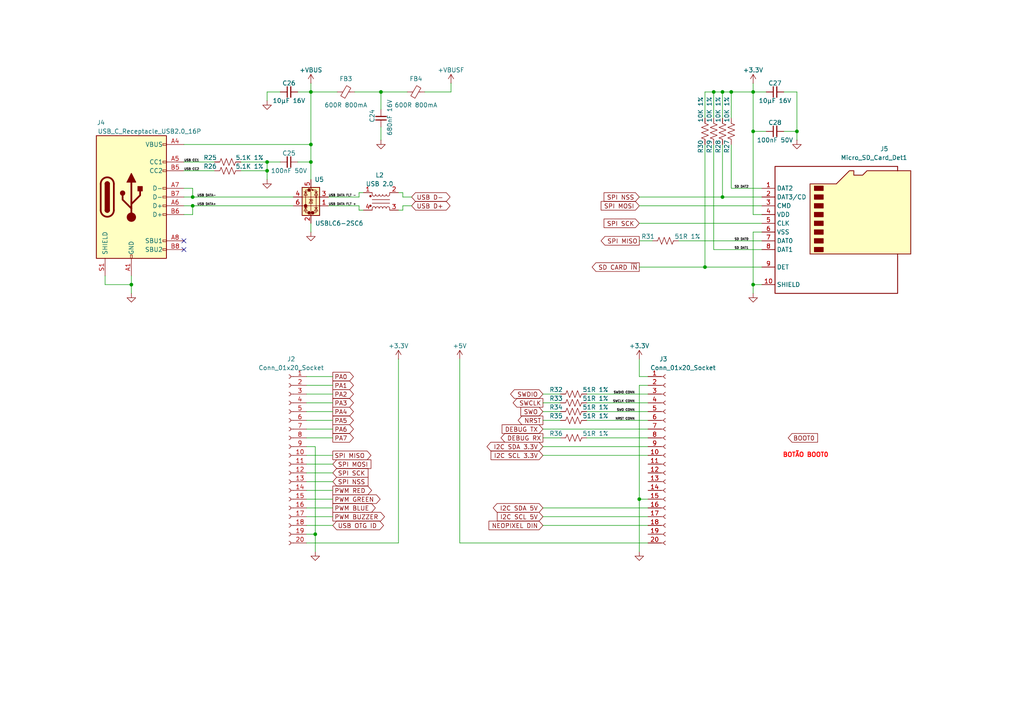
<source format=kicad_sch>
(kicad_sch (version 20231120) (generator "eeschema") (generator_version "8.0")
  (paper "A4")
  (title_block (title "EMBARCADOS - CURSO PCB") (date "2024-11-11") (rev "00") (company "Mechatronix Lab") (comment 1 "Eng. André A. M. Araújo"))
  (lib_symbols
    (symbol "EMBARCADOS - CURSO PCB:+5V" (power) (pin_numbers hide) (pin_names (offset 0) hide)
      (property "Value" "+5V" (at 0 3.556 0))
      (symbol "+5V_1_1"
        (pin power_in line (at 0 0 90) (length 0) (name "~") (number "1"))
      )
    )
    (symbol "EMBARCADOS - CURSO PCB:CAP 0603 100nF 50V AVX KGM15BR71H104K " (pin_numbers hide) (pin_names (offset 0.254) hide)
      (property "Reference" "C" (at 0.254 1.778 0))
      (property "Value" "100nF 50V" (at 0.254 -2.032 0))
      (symbol "CAP 0603 100nF 50V AVX KGM15BR71H104K _1_1"
        (pin passive line (at 0 2.54 270) (length 2.032) (name "~") (number "1"))
        (pin passive line (at 0 -2.54 90) (length 2.032) (name "~") (number "2"))
      )
    )
    (symbol "EMBARCADOS - CURSO PCB:CAP 0603 680nF 16V AVX KGM15BR71C684M" (pin_numbers hide) (pin_names (offset 0.254) hide)
      (property "Reference" "C" (at 0.254 1.778 0))
      (property "Value" "680nF 16V" (at 0.254 -2.032 0))
      (symbol "CAP 0603 680nF 16V AVX KGM15BR71C684M_1_1"
        (pin passive line (at 0 2.54 270) (length 2.032) (name "~") (number "1"))
        (pin passive line (at 0 -2.54 90) (length 2.032) (name "~") (number "2"))
      )
    )
    (symbol "EMBARCADOS - CURSO PCB:CAP 0805 10uH 16V AVX KGM21AR71C106K" (pin_numbers hide) (pin_names (offset 0.254) hide)
      (property "Reference" "C" (at 0.254 1.778 0))
      (property "Value" "10µF 16V" (at 0.254 -2.032 0))
      (symbol "CAP 0805 10uH 16V AVX KGM21AR71C106K_1_1"
        (pin passive line (at 0 2.54 270) (length 2.032) (name "~") (number "1"))
        (pin passive line (at 0 -2.54 90) (length 2.032) (name "~") (number "2"))
      )
    )
    (symbol "EMBARCADOS - CURSO PCB:CONN 2.54mm 01x20 90° WÜRTH ELEKTRONIK 613020143121" (pin_names (offset 1.016) hide)
      (property "Reference" "J" (at 0 25.4 0))
      (property "Value" "Conn_01x20_Socket" (at 0 -27.94 0))
      (symbol "CONN 2.54mm 01x20 90° WÜRTH ELEKTRONIK 613020143121_1_1"
        (pin passive line (at -5.08 22.86 0) (length 3.81) (name "Pin_1") (number "1"))
        (pin passive line (at -5.08 0 0) (length 3.81) (name "Pin_10") (number "10"))
        (pin passive line (at -5.08 -2.54 0) (length 3.81) (name "Pin_11") (number "11"))
        (pin passive line (at -5.08 -5.08 0) (length 3.81) (name "Pin_12") (number "12"))
        (pin passive line (at -5.08 -7.62 0) (length 3.81) (name "Pin_13") (number "13"))
        (pin passive line (at -5.08 -10.16 0) (length 3.81) (name "Pin_14") (number "14"))
        (pin passive line (at -5.08 -12.7 0) (length 3.81) (name "Pin_15") (number "15"))
        (pin passive line (at -5.08 -15.24 0) (length 3.81) (name "Pin_16") (number "16"))
        (pin passive line (at -5.08 -17.78 0) (length 3.81) (name "Pin_17") (number "17"))
        (pin passive line (at -5.08 -20.32 0) (length 3.81) (name "Pin_18") (number "18"))
        (pin passive line (at -5.08 -22.86 0) (length 3.81) (name "Pin_19") (number "19"))
        (pin passive line (at -5.08 20.32 0) (length 3.81) (name "Pin_2") (number "2"))
        (pin passive line (at -5.08 -25.4 0) (length 3.81) (name "Pin_20") (number "20"))
        (pin passive line (at -5.08 17.78 0) (length 3.81) (name "Pin_3") (number "3"))
        (pin passive line (at -5.08 15.24 0) (length 3.81) (name "Pin_4") (number "4"))
        (pin passive line (at -5.08 12.7 0) (length 3.81) (name "Pin_5") (number "5"))
        (pin passive line (at -5.08 10.16 0) (length 3.81) (name "Pin_6") (number "6"))
        (pin passive line (at -5.08 7.62 0) (length 3.81) (name "Pin_7") (number "7"))
        (pin passive line (at -5.08 5.08 0) (length 3.81) (name "Pin_8") (number "8"))
        (pin passive line (at -5.08 2.54 0) (length 3.81) (name "Pin_9") (number "9"))
      )
    )
    (symbol "EMBARCADOS - CURSO PCB:CONN MICRO SD WÜRTH ELEKTRONIK 693071020811"
      (property "Reference" "J" (at -16.51 17.78 0))
      (property "Value" "Micro_SD_Card_Det1" (at 16.51 17.78 0))
      (symbol "CONN MICRO SD WÜRTH ELEKTRONIK 693071020811_1_1"
        (pin bidirectional line (at -22.86 10.16 0) (length 3.81) (name "DAT2") (number "1"))
        (pin passive line (at -22.86 -17.78 0) (length 3.81) (name "SHIELD") (number "10"))
        (pin passive line (at -22.86 -17.78 0) (length 3.81) hide (name "SHIELD") (number "11"))
        (pin passive line (at -22.86 -17.78 0) (length 3.81) hide (name "SHIELD") (number "12"))
        (pin passive line (at -22.86 -17.78 0) (length 3.81) hide (name "SHIELD") (number "13"))
        (pin bidirectional line (at -22.86 7.62 0) (length 3.81) (name "DAT3/CD") (number "2"))
        (pin input line (at -22.86 5.08 0) (length 3.81) (name "CMD") (number "3"))
        (pin power_in line (at -22.86 2.54 0) (length 3.81) (name "VDD") (number "4"))
        (pin input line (at -22.86 0 0) (length 3.81) (name "CLK") (number "5"))
        (pin power_in line (at -22.86 -2.54 0) (length 3.81) (name "VSS") (number "6"))
        (pin bidirectional line (at -22.86 -5.08 0) (length 3.81) (name "DAT0") (number "7"))
        (pin bidirectional line (at -22.86 -7.62 0) (length 3.81) (name "DAT1") (number "8"))
        (pin passive line (at -22.86 -12.7 0) (length 3.81) (name "DET") (number "9"))
      )
    )
    (symbol "EMBARCADOS - CURSO PCB:CONN USB 2.0 TYPE-C 16P WÜRTH ELEKTRONIK 629722000214" (pin_names (offset 1.016))
      (property "Reference" "J" (at 0 22.225 0))
      (property "Value" "USB_C_Receptacle_USB2.0_16P" (at 0 19.685 0))
      (symbol "CONN USB 2.0 TYPE-C 16P WÜRTH ELEKTRONIK 629722000214_1_1"
        (pin passive line (at 0 -22.86 90) (length 5.08) (name "GND") (number "A1"))
        (pin passive line (at 0 -22.86 90) (length 5.08) hide (name "GND") (number "A12"))
        (pin passive line (at 15.24 15.24 180) (length 5.08) (name "VBUS") (number "A4"))
        (pin bidirectional line (at 15.24 10.16 180) (length 5.08) (name "CC1") (number "A5"))
        (pin bidirectional line (at 15.24 -2.54 180) (length 5.08) (name "D+") (number "A6"))
        (pin bidirectional line (at 15.24 2.54 180) (length 5.08) (name "D-") (number "A7"))
        (pin bidirectional line (at 15.24 -12.7 180) (length 5.08) (name "SBU1") (number "A8"))
        (pin passive line (at 15.24 15.24 180) (length 5.08) hide (name "VBUS") (number "A9"))
        (pin passive line (at 0 -22.86 90) (length 5.08) hide (name "GND") (number "B1"))
        (pin passive line (at 0 -22.86 90) (length 5.08) hide (name "GND") (number "B12"))
        (pin passive line (at 15.24 15.24 180) (length 5.08) hide (name "VBUS") (number "B4"))
        (pin bidirectional line (at 15.24 7.62 180) (length 5.08) (name "CC2") (number "B5"))
        (pin bidirectional line (at 15.24 -5.08 180) (length 5.08) (name "D+") (number "B6"))
        (pin bidirectional line (at 15.24 0 180) (length 5.08) (name "D-") (number "B7"))
        (pin bidirectional line (at 15.24 -15.24 180) (length 5.08) (name "SBU2") (number "B8"))
        (pin passive line (at 15.24 15.24 180) (length 5.08) hide (name "VBUS") (number "B9"))
        (pin passive line (at -7.62 -22.86 90) (length 5.08) (name "SHIELD") (number "S1"))
      )
    )
    (symbol "EMBARCADOS - CURSO PCB:DIODE TVS USBLC6-2SC6 STMICROELECTRONICS " (pin_names hide)
      (property "Reference" "U" (at 0.635 5.715 0))
      (property "Value" "USBLC6-2SC6" (at 0.635 3.81 0))
      (symbol "DIODE TVS USBLC6-2SC6 STMICROELECTRONICS _1_1"
        (pin passive line (at -5.08 -2.54 0) (length 2.54) (name "I/O1") (number "1"))
        (pin passive line (at 0 -7.62 90) (length 2.54) (name "GND") (number "2"))
        (pin passive line (at -5.08 0 0) (length 2.54) (name "I/O2") (number "3"))
        (pin passive line (at 5.08 0 180) (length 2.54) (name "I/O2") (number "4"))
        (pin passive line (at 0 5.08 270) (length 2.54) (name "VBUS") (number "5"))
        (pin passive line (at 5.08 -2.54 180) (length 2.54) (name "I/O1") (number "6"))
      )
    )
    (symbol "EMBARCADOS - CURSO PCB:FB 0603 600R 800mA WÜRTH ELEKTRONIK  742792651" (pin_numbers hide) (pin_names (offset 0))
      (property "Reference" "FB" (at 1.905 1.27 0))
      (property "Value" "600R 800mA" (at 1.905 -1.27 0))
      (symbol "FB 0603 600R 800mA WÜRTH ELEKTRONIK  742792651_1_1"
        (pin passive line (at 0 2.54 270) (length 1.27) (name "~") (number "1"))
        (pin passive line (at 0 -2.54 90) (length 1.27) (name "~") (number "2"))
      )
    )
    (symbol "EMBARCADOS - CURSO PCB:IND CMC 1206 USB 2.0 WÜRTH ELEKTRONIK 744232090 " (pin_names (offset 0.254) hide)
      (property "Reference" "L" (at 0 4.445 0))
      (property "Value" "USB 2.0" (at 0 -4.445 0))
      (symbol "IND CMC 1206 USB 2.0 WÜRTH ELEKTRONIK 744232090 _1_1"
        (pin passive line (at -5.08 2.54 0) (length 2.54) (name "1") (number "1"))
        (pin passive line (at 5.08 2.54 180) (length 2.54) (name "2") (number "2"))
        (pin passive line (at 5.08 -2.54 180) (length 2.54) (name "3") (number "3"))
        (pin passive line (at -5.08 -2.54 0) (length 2.54) (name "4") (number "4"))
      )
    )
    (symbol "EMBARCADOS - CURSO PCB:POWER GND" (power) (pin_numbers hide) (pin_names (offset 0) hide)
      (property "Value" "POWER GND" (at 0 -3.81 0))
      (symbol "POWER GND_1_1"
        (pin power_in line (at 0 0 270) (length 0) (name "~") (number "1"))
      )
    )
    (symbol "EMBARCADOS - CURSO PCB:RES 0603 10K 1% VISHAY CRCW060310K0FK " (pin_numbers hide) (pin_names (offset 0))
      (property "Reference" "R" (at 2.54 0 90))
      (property "Value" "10K 1%" (at -2.54 0 90))
      (symbol "RES 0603 10K 1% VISHAY CRCW060310K0FK _1_1"
        (pin passive line (at 0 3.81 270) (length 1.27) (name "~") (number "1"))
        (pin passive line (at 0 -3.81 90) (length 1.27) (name "~") (number "2"))
      )
    )
    (symbol "EMBARCADOS - CURSO PCB:RES 0603 5.1K 1% VISHAY CRCW06035K10FK" (pin_numbers hide) (pin_names (offset 0))
      (property "Reference" "R" (at 2.54 0 90))
      (property "Value" "5.1K 1%" (at -2.54 0 90))
      (symbol "RES 0603 5.1K 1% VISHAY CRCW06035K10FK_1_1"
        (pin passive line (at 0 3.81 270) (length 1.27) (name "~") (number "1"))
        (pin passive line (at 0 -3.81 90) (length 1.27) (name "~") (number "2"))
      )
    )
    (symbol "EMBARCADOS - CURSO PCB:RES 0603 51R 1% VISHAY CRCW060351R0FK " (pin_numbers hide) (pin_names (offset 0))
      (property "Reference" "R" (at 2.54 0 90))
      (property "Value" "51R 1%" (at -2.54 0 90))
      (symbol "RES 0603 51R 1% VISHAY CRCW060351R0FK _1_1"
        (pin passive line (at 0 3.81 270) (length 1.27) (name "~") (number "1"))
        (pin passive line (at 0 -3.81 90) (length 1.27) (name "~") (number "2"))
      )
    )
  )
  (junction (at 110.49 26.67))
  (junction (at 209.55 26.67))
  (junction (at 38.1 82.55))
  (junction (at 231.14 38.1))
  (junction (at 218.44 38.1))
  (junction (at 55.88 57.15))
  (junction (at 55.88 59.69))
  (junction (at 77.47 46.99))
  (junction (at 209.55 57.15))
  (junction (at 90.17 46.99))
  (junction (at 91.44 154.94))
  (junction (at 218.44 26.67))
  (junction (at 90.17 26.67))
  (junction (at 218.44 82.55))
  (junction (at 212.09 26.67))
  (junction (at 207.01 26.67))
  (junction (at 90.17 41.91))
  (junction (at 77.47 49.53))
  (junction (at 185.42 144.78))
  (junction (at 204.47 77.47))
  (no_connect (at 53.34 69.85))
  (no_connect (at 53.34 72.39))
  (wire (pts (xy 53.34 59.69) (xy 55.88 59.69)))
  (wire (pts (xy 90.17 41.91) (xy 90.17 46.99)))
  (wire (pts (xy 218.44 26.67) (xy 222.25 26.67)))
  (wire (pts (xy 55.88 54.61) (xy 55.88 57.15)))
  (wire (pts (xy 96.52 121.92) (xy 88.9 121.92)))
  (wire (pts (xy 95.25 59.69) (xy 104.14 59.69)))
  (wire (pts (xy 53.34 46.99) (xy 62.23 46.99)))
  (wire (pts (xy 227.33 26.67) (xy 231.14 26.67)))
  (wire (pts (xy 38.1 82.55) (xy 38.1 85.09)))
  (wire (pts (xy 69.85 46.99) (xy 77.47 46.99)))
  (wire (pts (xy 185.42 77.47) (xy 204.47 77.47)))
  (wire (pts (xy 116.84 60.96) (xy 115.57 60.96)))
  (wire (pts (xy 96.52 139.7) (xy 88.9 139.7)))
  (wire (pts (xy 96.52 124.46) (xy 88.9 124.46)))
  (wire (pts (xy 55.88 59.69) (xy 55.88 62.23)))
  (wire (pts (xy 220.98 54.61) (xy 212.09 54.61)))
  (wire (pts (xy 104.14 55.88) (xy 105.41 55.88)))
  (wire (pts (xy 220.98 62.23) (xy 218.44 62.23)))
  (wire (pts (xy 30.48 80.01) (xy 30.48 82.55)))
  (wire (pts (xy 185.42 104.14) (xy 185.42 109.22)))
  (wire (pts (xy 53.34 54.61) (xy 55.88 54.61)))
  (wire (pts (xy 170.18 119.38) (xy 187.96 119.38)))
  (wire (pts (xy 77.47 26.67) (xy 81.28 26.67)))
  (wire (pts (xy 96.52 137.16) (xy 88.9 137.16)))
  (wire (pts (xy 218.44 38.1) (xy 222.25 38.1)))
  (wire (pts (xy 157.48 147.32) (xy 187.96 147.32)))
  (wire (pts (xy 185.42 59.69) (xy 220.98 59.69)))
  (wire (pts (xy 162.56 114.3) (xy 157.48 114.3)))
  (wire (pts (xy 116.84 59.69) (xy 119.38 59.69)))
  (wire (pts (xy 185.42 111.76) (xy 187.96 111.76)))
  (wire (pts (xy 204.47 77.47) (xy 220.98 77.47)))
  (wire (pts (xy 53.34 49.53) (xy 62.23 49.53)))
  (wire (pts (xy 96.52 114.3) (xy 88.9 114.3)))
  (wire (pts (xy 96.52 116.84) (xy 88.9 116.84)))
  (wire (pts (xy 96.52 119.38) (xy 88.9 119.38)))
  (wire (pts (xy 116.84 55.88) (xy 115.57 55.88)))
  (wire (pts (xy 170.18 121.92) (xy 187.96 121.92)))
  (wire (pts (xy 102.87 26.67) (xy 110.49 26.67)))
  (wire (pts (xy 185.42 69.85) (xy 189.23 69.85)))
  (wire (pts (xy 77.47 49.53) (xy 77.47 46.99)))
  (wire (pts (xy 130.81 24.13) (xy 130.81 26.67)))
  (wire (pts (xy 209.55 26.67) (xy 212.09 26.67)))
  (wire (pts (xy 157.48 149.86) (xy 187.96 149.86)))
  (wire (pts (xy 185.42 64.77) (xy 220.98 64.77)))
  (wire (pts (xy 220.98 72.39) (xy 207.01 72.39)))
  (wire (pts (xy 231.14 40.64) (xy 231.14 38.1)))
  (wire (pts (xy 204.47 34.29) (xy 204.47 26.67)))
  (wire (pts (xy 104.14 59.69) (xy 104.14 60.96)))
  (wire (pts (xy 96.52 144.78) (xy 88.9 144.78)))
  (wire (pts (xy 96.52 134.62) (xy 88.9 134.62)))
  (wire (pts (xy 170.18 127) (xy 187.96 127)))
  (wire (pts (xy 185.42 109.22) (xy 187.96 109.22)))
  (wire (pts (xy 110.49 26.67) (xy 110.49 31.75)))
  (wire (pts (xy 133.35 157.48) (xy 187.96 157.48)))
  (wire (pts (xy 96.52 109.22) (xy 88.9 109.22)))
  (wire (pts (xy 212.09 26.67) (xy 218.44 26.67)))
  (wire (pts (xy 162.56 121.92) (xy 157.48 121.92)))
  (wire (pts (xy 86.36 26.67) (xy 90.17 26.67)))
  (wire (pts (xy 157.48 132.08) (xy 187.96 132.08)))
  (wire (pts (xy 77.47 46.99) (xy 81.28 46.99)))
  (wire (pts (xy 133.35 104.14) (xy 133.35 157.48)))
  (wire (pts (xy 220.98 67.31) (xy 218.44 67.31)))
  (wire (pts (xy 96.52 127) (xy 88.9 127)))
  (wire (pts (xy 170.18 114.3) (xy 187.96 114.3)))
  (wire (pts (xy 104.14 57.15) (xy 104.14 55.88)))
  (wire (pts (xy 218.44 85.09) (xy 218.44 82.55)))
  (wire (pts (xy 204.47 26.67) (xy 207.01 26.67)))
  (wire (pts (xy 185.42 57.15) (xy 209.55 57.15)))
  (wire (pts (xy 162.56 116.84) (xy 157.48 116.84)))
  (wire (pts (xy 30.48 82.55) (xy 38.1 82.55)))
  (wire (pts (xy 162.56 119.38) (xy 157.48 119.38)))
  (wire (pts (xy 218.44 26.67) (xy 218.44 38.1)))
  (wire (pts (xy 91.44 154.94) (xy 91.44 129.54)))
  (wire (pts (xy 90.17 26.67) (xy 90.17 41.91)))
  (wire (pts (xy 185.42 144.78) (xy 185.42 111.76)))
  (wire (pts (xy 115.57 104.14) (xy 115.57 157.48)))
  (wire (pts (xy 212.09 41.91) (xy 212.09 54.61)))
  (wire (pts (xy 53.34 57.15) (xy 55.88 57.15)))
  (wire (pts (xy 218.44 82.55) (xy 220.98 82.55)))
  (wire (pts (xy 207.01 26.67) (xy 209.55 26.67)))
  (wire (pts (xy 55.88 59.69) (xy 85.09 59.69)))
  (wire (pts (xy 209.55 41.91) (xy 209.55 57.15)))
  (wire (pts (xy 110.49 26.67) (xy 118.11 26.67)))
  (wire (pts (xy 196.85 69.85) (xy 220.98 69.85)))
  (wire (pts (xy 218.44 38.1) (xy 218.44 62.23)))
  (wire (pts (xy 77.47 52.07) (xy 77.47 49.53)))
  (wire (pts (xy 157.48 152.4) (xy 187.96 152.4)))
  (wire (pts (xy 38.1 80.01) (xy 38.1 82.55)))
  (wire (pts (xy 218.44 24.13) (xy 218.44 26.67)))
  (wire (pts (xy 53.34 41.91) (xy 90.17 41.91)))
  (wire (pts (xy 157.48 124.46) (xy 187.96 124.46)))
  (wire (pts (xy 209.55 57.15) (xy 220.98 57.15)))
  (wire (pts (xy 95.25 57.15) (xy 104.14 57.15)))
  (wire (pts (xy 96.52 152.4) (xy 88.9 152.4)))
  (wire (pts (xy 110.49 36.83) (xy 110.49 40.64)))
  (wire (pts (xy 227.33 38.1) (xy 231.14 38.1)))
  (wire (pts (xy 77.47 29.21) (xy 77.47 26.67)))
  (wire (pts (xy 231.14 26.67) (xy 231.14 38.1)))
  (wire (pts (xy 96.52 132.08) (xy 88.9 132.08)))
  (wire (pts (xy 96.52 149.86) (xy 88.9 149.86)))
  (wire (pts (xy 96.52 142.24) (xy 88.9 142.24)))
  (wire (pts (xy 53.34 62.23) (xy 55.88 62.23)))
  (wire (pts (xy 90.17 26.67) (xy 97.79 26.67)))
  (wire (pts (xy 104.14 60.96) (xy 105.41 60.96)))
  (wire (pts (xy 185.42 160.02) (xy 185.42 144.78)))
  (wire (pts (xy 90.17 24.13) (xy 90.17 26.67)))
  (wire (pts (xy 91.44 160.02) (xy 91.44 154.94)))
  (wire (pts (xy 96.52 111.76) (xy 88.9 111.76)))
  (wire (pts (xy 116.84 57.15) (xy 116.84 55.88)))
  (wire (pts (xy 86.36 46.99) (xy 90.17 46.99)))
  (wire (pts (xy 209.55 34.29) (xy 209.55 26.67)))
  (wire (pts (xy 55.88 57.15) (xy 85.09 57.15)))
  (wire (pts (xy 212.09 26.67) (xy 212.09 34.29)))
  (wire (pts (xy 157.48 127) (xy 162.56 127)))
  (wire (pts (xy 88.9 129.54) (xy 91.44 129.54)))
  (wire (pts (xy 88.9 154.94) (xy 91.44 154.94)))
  (wire (pts (xy 185.42 144.78) (xy 187.96 144.78)))
  (wire (pts (xy 218.44 67.31) (xy 218.44 82.55)))
  (wire (pts (xy 115.57 157.48) (xy 88.9 157.48)))
  (wire (pts (xy 116.84 57.15) (xy 119.38 57.15)))
  (wire (pts (xy 90.17 64.77) (xy 90.17 67.31)))
  (wire (pts (xy 69.85 49.53) (xy 77.47 49.53)))
  (wire (pts (xy 90.17 46.99) (xy 90.17 52.07)))
  (wire (pts (xy 157.48 129.54) (xy 187.96 129.54)))
  (wire (pts (xy 207.01 41.91) (xy 207.01 72.39)))
  (wire (pts (xy 207.01 26.67) (xy 207.01 34.29)))
  (wire (pts (xy 96.52 147.32) (xy 88.9 147.32)))
  (wire (pts (xy 130.81 26.67) (xy 123.19 26.67)))
  (wire (pts (xy 170.18 116.84) (xy 187.96 116.84)))
  (wire (pts (xy 116.84 59.69) (xy 116.84 60.96)))
  (wire (pts (xy 204.47 41.91) (xy 204.47 77.47)))
  (text "BOTÃO BOOT0\n" (at 233.68 132.08 0) (effects (font (size 1.27 1.27) (thickness 0.254) (bold yes))))
  (label "SWCLK CONN" (at 184.15 116.84 180) (effects (font (size 0.635 0.635))))
  (label "NRST CONN" (at 184.15 121.92 180) (effects (font (size 0.635 0.635))))
  (label "SD DAT2" (at 217.17 54.61 180) (effects (font (size 0.635 0.635))))
  (label "USB CC2" (at 53.34 49.53 0) (effects (font (size 0.635 0.635))))
  (label "SWDIO CONN" (at 184.15 114.3 180) (effects (font (size 0.635 0.635))))
  (label "USB DATA FLT +" (at 95.25 59.69 0) (effects (font (size 0.635 0.635))))
  (label "SD DAT1" (at 217.17 72.39 180) (effects (font (size 0.635 0.635))))
  (label "USB DATA-" (at 57.15 57.15 0) (effects (font (size 0.635 0.635))))
  (label "SWO CONN" (at 184.15 119.38 180) (effects (font (size 0.635 0.635))))
  (label "USB DATA+" (at 57.15 59.69 0) (effects (font (size 0.635 0.635))))
  (label "USB CC1" (at 53.34 46.99 0) (effects (font (size 0.635 0.635))))
  (label "USB DATA FLT -" (at 95.25 57.15 0) (effects (font (size 0.635 0.635))))
  (label "SD DAT0" (at 217.17 69.85 180) (effects (font (size 0.635 0.635))))
  (global_label "SPI NSS" (shape input) (at 96.52 139.7 0) (property "Intersheetrefs" "${INTERSHEET_REFS}" (effects (hide yes))))
  (global_label "DEBUG TX" (shape input) (at 157.48 124.46 180) (property "Intersheetrefs" "${INTERSHEET_REFS}" (effects (hide yes))))
  (global_label "PA3" (shape output) (at 96.52 116.84 0) (property "Intersheetrefs" "${INTERSHEET_REFS}" (effects (hide yes))))
  (global_label "SPI MISO" (shape output) (at 96.52 132.08 0) (property "Intersheetrefs" "${INTERSHEET_REFS}" (effects (hide yes))))
  (global_label "PWM GREEN" (shape output) (at 96.52 144.78 0) (property "Intersheetrefs" "${INTERSHEET_REFS}" (effects (hide yes))))
  (global_label "NEOPIXEL DIN" (shape input) (at 157.48 152.4 180) (property "Intersheetrefs" "${INTERSHEET_REFS}" (effects (hide yes))))
  (global_label "BOOT0" (shape input) (at 228.6 127 0) (property "Intersheetrefs" "${INTERSHEET_REFS}" (effects (hide yes))))
  (global_label "USB D+" (shape bidirectional) (at 119.38 59.69 0) (property "Intersheetrefs" "${INTERSHEET_REFS}" (effects (hide yes))))
  (global_label "PA2" (shape output) (at 96.52 114.3 0) (property "Intersheetrefs" "${INTERSHEET_REFS}" (effects (hide yes))))
  (global_label "PWM BUZZER" (shape output) (at 96.52 149.86 0) (property "Intersheetrefs" "${INTERSHEET_REFS}" (effects (hide yes))))
  (global_label "SPI SCK" (shape input) (at 96.52 137.16 0) (property "Intersheetrefs" "${INTERSHEET_REFS}" (effects (hide yes))))
  (global_label "DEBUG RX" (shape output) (at 157.48 127 180) (property "Intersheetrefs" "${INTERSHEET_REFS}" (effects (hide yes))))
  (global_label "SWO" (shape input) (at 157.48 119.38 180) (property "Intersheetrefs" "${INTERSHEET_REFS}" (effects (hide yes))))
  (global_label "I2C SCL 5V" (shape input) (at 157.48 149.86 180) (property "Intersheetrefs" "${INTERSHEET_REFS}" (effects (hide yes))))
  (global_label "I2C SCL 3.3V" (shape input) (at 157.48 132.08 180) (property "Intersheetrefs" "${INTERSHEET_REFS}" (effects (hide yes))))
  (global_label "SWDIO" (shape bidirectional) (at 157.48 114.3 180) (property "Intersheetrefs" "${INTERSHEET_REFS}" (effects (hide yes))))
  (global_label "PA7" (shape output) (at 96.52 127 0) (property "Intersheetrefs" "${INTERSHEET_REFS}" (effects (hide yes))))
  (global_label "SPI SCK" (shape input) (at 185.42 64.77 180) (property "Intersheetrefs" "${INTERSHEET_REFS}" (effects (hide yes))))
  (global_label "SPI MOSI" (shape input) (at 185.42 59.69 180) (property "Intersheetrefs" "${INTERSHEET_REFS}" (effects (hide yes))))
  (global_label "PA6" (shape output) (at 96.52 124.46 0) (property "Intersheetrefs" "${INTERSHEET_REFS}" (effects (hide yes))))
  (global_label "USB D-" (shape bidirectional) (at 119.38 57.15 0) (property "Intersheetrefs" "${INTERSHEET_REFS}" (effects (hide yes))))
  (global_label "NRST" (shape output) (at 157.48 121.92 180) (property "Intersheetrefs" "${INTERSHEET_REFS}" (effects (hide yes))))
  (global_label "SD CARD ~{IN}" (shape output) (at 185.42 77.47 180) (property "Intersheetrefs" "${INTERSHEET_REFS}" (effects (hide yes))))
  (global_label "I2C SDA 5V" (shape bidirectional) (at 157.48 147.32 180) (property "Intersheetrefs" "${INTERSHEET_REFS}" (effects (hide yes))))
  (global_label "SWCLK" (shape output) (at 157.48 116.84 180) (property "Intersheetrefs" "${INTERSHEET_REFS}" (effects (hide yes))))
  (global_label "SPI NSS" (shape input) (at 185.42 57.15 180) (property "Intersheetrefs" "${INTERSHEET_REFS}" (effects (hide yes))))
  (global_label "PA4" (shape output) (at 96.52 119.38 0) (property "Intersheetrefs" "${INTERSHEET_REFS}" (effects (hide yes))))
  (global_label "I2C SDA 3.3V" (shape bidirectional) (at 157.48 129.54 180) (property "Intersheetrefs" "${INTERSHEET_REFS}" (effects (hide yes))))
  (global_label "PA1" (shape output) (at 96.52 111.76 0) (property "Intersheetrefs" "${INTERSHEET_REFS}" (effects (hide yes))))
  (global_label "PWM BLUE" (shape output) (at 96.52 147.32 0) (property "Intersheetrefs" "${INTERSHEET_REFS}" (effects (hide yes))))
  (global_label "SPI MOSI" (shape input) (at 96.52 134.62 0) (property "Intersheetrefs" "${INTERSHEET_REFS}" (effects (hide yes))))
  (global_label "SPI MISO" (shape output) (at 185.42 69.85 180) (property "Intersheetrefs" "${INTERSHEET_REFS}" (effects (hide yes))))
  (global_label "USB OTG ID" (shape bidirectional) (at 96.52 152.4 0) (property "Intersheetrefs" "${INTERSHEET_REFS}" (effects (hide yes))))
  (global_label "PA5" (shape output) (at 96.52 121.92 0) (property "Intersheetrefs" "${INTERSHEET_REFS}" (effects (hide yes))))
  (global_label "PA0" (shape output) (at 96.52 109.22 0) (property "Intersheetrefs" "${INTERSHEET_REFS}" (effects (hide yes))))
  (global_label "PWM RED" (shape output) (at 96.52 142.24 0) (property "Intersheetrefs" "${INTERSHEET_REFS}" (effects (hide yes))))
  (symbol (lib_id "EMBARCADOS - CURSO PCB:CAP 0603 100nF 50V AVX KGM15BR71H104K ") (at 224.79 38.1 90) (unit 1)
    (property "Reference" "C28" (at 224.79 35.56 90))
    (property "Value" "100nF 50V" (at 224.79 40.64 90))
    (property "Footprint" "EMBARCADOS - CURSO PCB:C_0603_1608Metric" (effects (hide yes)))
    (property "Datasheet" "https://datasheets.kyocera-avx.com/KGM_X7R.pdf" (effects (hide yes)))
    (property "Description" "CAP 0603 100nF 50V AVX" (effects (hide yes)))
    (property "MPN" "KGM15BR71H104K " (effects (hide yes)))
    (property "Manufacturer" "KYOCERA/AVX " (effects (hide yes)))
    (property "3D Model" "KiCad" (effects (hide yes)))
    (property "Notes" "-" (effects (hide yes)))
    (property "LCSC Part #" "C14663 " (effects (hide yes)))
    (property "LCSC MPN " "CC0603KRX7R9BB104 " (effects (hide yes)))
    (property "LCSC MANUFACTURER " "YAGEO " (effects (hide yes)))
  )
  (symbol (lib_id "EMBARCADOS - CURSO PCB:+5V") (at 185.42 104.14 0) (unit 1)
    (property "Reference" "#PWR065" (effects (hide yes)))
    (property "Value" "+3.3V" (at 185.42 100.33 0))
    (property "Description" "Power symbol creates a global label with name \"+5V\"" (effects (hide yes)))
  )
  (symbol (lib_id "EMBARCADOS - CURSO PCB:+5V") (at 90.17 24.13 0) (unit 1)
    (property "Reference" "#PWR051" (effects (hide yes)))
    (property "Value" "+VBUS" (at 90.17 20.32 0))
    (property "Description" "Power symbol creates a global label with name \"+5V\"" (effects (hide yes)))
  )
  (symbol (lib_id "EMBARCADOS - CURSO PCB:IND CMC 1206 USB 2.0 WÜRTH ELEKTRONIK 744232090 ") (at 110.49 58.42 0) (unit 1)
    (property "Reference" "L2" (at 110.109 50.8 0))
    (property "Value" "USB 2.0" (at 110.109 53.34 0))
    (property "Footprint" "EMBARCADOS - CURSO PCB:WE-CNSW SMT Common Mode Line Filter" (effects (hide yes)))
    (property "Datasheet" "https://www.we-online.com/components/products/datasheet/744232090.pdf" (effects (hide yes)))
    (property "Description" "IND CMC 1206 USB 2.0" (effects (hide yes)))
    (property "MPN" "744232090 " (effects (hide yes)))
    (property "Manufacturer" "WÜRTH ELEKTRONIK " (effects (hide yes)))
    (property "3D Model" "https://www.we-online.com/components/products/download/WE-CNSW_1206_CNSW%20%28rev1%29.igs" (effects (hide yes)))
    (property "Notes" "-" (effects (hide yes)))
    (property "LCSC Part # " "-" (effects (hide yes)))
    (property "LCSC MPN " "-" (effects (hide yes)))
    (property "LCSC MANUFACTURER " "-" (effects (hide yes)))
  )
  (symbol (lib_id "EMBARCADOS - CURSO PCB:RES 0603 51R 1% VISHAY CRCW060351R0FK ") (at 166.37 121.92 90) (unit 1)
    (property "Reference" "R35" (at 161.29 120.65 90))
    (property "Value" "51R 1%" (at 172.72 120.65 90))
    (property "Footprint" "EMBARCADOS - CURSO PCB:R_0603_1608Metric" (effects (hide yes)))
    (property "Datasheet" "https://www.we-online.com/components/products/datasheet/61300411821.pdf" (effects (hide yes)))
    (property "Description" "RES 0603 51R 1% VISHAY" (effects (hide yes)))
    (property "MPN" "CRCW060351R0FK " (effects (hide yes)))
    (property "Manufacturer" "VISHAY " (effects (hide yes)))
    (property "3D Model" "KiCad" (effects (hide yes)))
    (property "Notes" "-" (effects (hide yes)))
    (property "LCSC Part # " "C23197 " (effects (hide yes)))
    (property "LCSC MPN " "0603WAF510JT5E " (effects (hide yes)))
    (property "LCSC MANUFACTURER " "UNI-ROYAL " (effects (hide yes)))
  )
  (symbol (lib_id "EMBARCADOS - CURSO PCB:POWER GND") (at 185.42 160.02 0) (unit 1)
    (property "Reference" "#PWR066" (effects (hide yes)))
    (property "Value" "GND" (effects (hide yes)))
    (property "Description" "Power symbol creates a global label with name \"GND\" , ground" (effects (hide yes)))
  )
  (symbol (lib_id "EMBARCADOS - CURSO PCB:+5V") (at 133.35 104.14 0) (unit 1)
    (property "Reference" "#PWR064" (effects (hide yes)))
    (property "Value" "+5V" (at 133.35 100.33 0))
    (property "Description" "Power symbol creates a global label with name \"+5V\"" (effects (hide yes)))
  )
  (symbol (lib_id "EMBARCADOS - CURSO PCB:CONN 2.54mm 01x20 90° WÜRTH ELEKTRONIK 613020143121") (at 193.04 132.08 0) (unit 1)
    (property "Reference" "J3" (at 192.405 104.14 0))
    (property "Value" "Conn_01x20_Socket" (at 198.12 106.68 0))
    (property "Footprint" "EMBARCADOS - CURSO PCB:PinSocket_1x20_P2.54mm_Horizontal" (effects (hide yes)))
    (property "Datasheet" "https://www.we-online.com/components/products/datasheet/613020143121.pdf" (effects (hide yes)))
    (property "Description" "Generic connector, single row, 01x20, script generated" (effects (hide yes)))
    (property "MPN" "613020143121 " (effects (hide yes)))
    (property "Manufacturer" "WÜRTH ELEKTRONIK " (effects (hide yes)))
    (property "3D Model" "https://www.we-online.com/components/products/download/613020143121%20%28rev1%29.igs" (effects (hide yes)))
    (property "Notes" "THRU HOLE" (effects (hide yes)))
    (property "LCSC Part # " "-" (effects (hide yes)))
    (property "LCSC MPN " "-" (effects (hide yes)))
    (property "LCSC MANUFACTURER " "-" (effects (hide yes)))
  )
  (symbol (lib_id "EMBARCADOS - CURSO PCB:CONN 2.54mm 01x20 90° WÜRTH ELEKTRONIK 613020143121") (at 83.82 132.08 0) (mirror y) (unit 1)
    (property "Reference" "J2" (at 84.455 104.14 0))
    (property "Value" "Conn_01x20_Socket" (at 84.455 106.68 0))
    (property "Footprint" "EMBARCADOS - CURSO PCB:PinSocket_1x20_P2.54mm_Horizontal" (effects (hide yes)))
    (property "Datasheet" "https://www.we-online.com/components/products/datasheet/613020143121.pdf" (effects (hide yes)))
    (property "Description" "Generic connector, single row, 01x20, script generated" (effects (hide yes)))
    (property "MPN" "613020143121 " (effects (hide yes)))
    (property "Manufacturer" "WÜRTH ELEKTRONIK " (effects (hide yes)))
    (property "3D Model" "https://www.we-online.com/components/products/download/613020143121%20%28rev1%29.igs" (effects (hide yes)))
    (property "Notes" "THRU HOLE" (effects (hide yes)))
    (property "LCSC Part # " "-" (effects (hide yes)))
    (property "LCSC MPN " "-" (effects (hide yes)))
    (property "LCSC MANUFACTURER " "-" (effects (hide yes)))
  )
  (symbol (lib_id "EMBARCADOS - CURSO PCB:POWER GND") (at 110.49 40.64 0) (unit 1)
    (property "Reference" "#PWR056" (effects (hide yes)))
    (property "Value" "GND" (effects (hide yes)))
    (property "Description" "Power symbol creates a global label with name \"GND\" , ground" (effects (hide yes)))
  )
  (symbol (lib_id "EMBARCADOS - CURSO PCB:POWER GND") (at 231.14 40.64 0) (unit 1)
    (property "Reference" "#PWR061" (effects (hide yes)))
    (property "Value" "GND" (effects (hide yes)))
    (property "Description" "Power symbol creates a global label with name \"GND\" , ground" (effects (hide yes)))
  )
  (symbol (lib_id "EMBARCADOS - CURSO PCB:RES 0603 10K 1% VISHAY CRCW060310K0FK ") (at 212.09 38.1 0) (unit 1)
    (property "Reference" "R27" (at 210.82 44.45 90) (effects (justify left)))
    (property "Value" "10K 1%" (at 210.82 35.56 90) (effects (justify left)))
    (property "Footprint" "EMBARCADOS - CURSO PCB:R_0603_1608Metric" (effects (hide yes)))
    (property "Datasheet" "https://www.we-online.com/components/products/datasheet/61300411821.pdf" (effects (hide yes)))
    (property "Description" "RES 0603 10K 1% VISHAY" (effects (hide yes)))
    (property "MPN" "CRCW060310K0FK " (effects (hide yes)))
    (property "Manufacturer" "VISHAY " (effects (hide yes)))
    (property "3D Model" "KiCad" (effects (hide yes)))
    (property "Notes" "-" (effects (hide yes)))
    (property "LCSC Part # " "C25804 " (effects (hide yes)))
    (property "LCSC MPN " "0603WAF1002T5E " (effects (hide yes)))
    (property "LCSC MANUFACTURER " "UNI-ROYAL " (effects (hide yes)))
  )
  (symbol (lib_id "EMBARCADOS - CURSO PCB:+5V") (at 218.44 24.13 0) (unit 1)
    (property "Reference" "#PWR060" (effects (hide yes)))
    (property "Value" "+3.3V" (at 218.44 20.32 0))
    (property "Description" "Power symbol creates a global label with name \"+5V\"" (effects (hide yes)))
  )
  (symbol (lib_id "EMBARCADOS - CURSO PCB:RES 0603 51R 1% VISHAY CRCW060351R0FK ") (at 193.04 69.85 90) (unit 1)
    (property "Reference" "R31" (at 187.96 68.58 90))
    (property "Value" "51R 1%" (at 199.39 68.58 90))
    (property "Footprint" "EMBARCADOS - CURSO PCB:R_0603_1608Metric" (effects (hide yes)))
    (property "Datasheet" "https://www.we-online.com/components/products/datasheet/61300411821.pdf" (effects (hide yes)))
    (property "Description" "RES 0603 51R 1% VISHAY" (effects (hide yes)))
    (property "MPN" "CRCW060351R0FK " (effects (hide yes)))
    (property "Manufacturer" "VISHAY " (effects (hide yes)))
    (property "3D Model" "KiCad" (effects (hide yes)))
    (property "Notes" "-" (effects (hide yes)))
    (property "LCSC Part # " "C23197 " (effects (hide yes)))
    (property "LCSC MPN " "0603WAF510JT5E " (effects (hide yes)))
    (property "LCSC MANUFACTURER " "UNI-ROYAL " (effects (hide yes)))
  )
  (symbol (lib_id "EMBARCADOS - CURSO PCB:RES 0603 10K 1% VISHAY CRCW060310K0FK ") (at 209.55 38.1 0) (unit 1)
    (property "Reference" "R28" (at 208.28 44.45 90) (effects (justify left)))
    (property "Value" "10K 1%" (at 208.28 35.56 90) (effects (justify left)))
    (property "Footprint" "EMBARCADOS - CURSO PCB:R_0603_1608Metric" (effects (hide yes)))
    (property "Datasheet" "https://www.we-online.com/components/products/datasheet/61300411821.pdf" (effects (hide yes)))
    (property "Description" "RES 0603 10K 1% VISHAY" (effects (hide yes)))
    (property "MPN" "CRCW060310K0FK " (effects (hide yes)))
    (property "Manufacturer" "VISHAY " (effects (hide yes)))
    (property "3D Model" "KiCad" (effects (hide yes)))
    (property "Notes" "-" (effects (hide yes)))
    (property "LCSC Part # " "C25804 " (effects (hide yes)))
    (property "LCSC MPN " "0603WAF1002T5E " (effects (hide yes)))
    (property "LCSC MANUFACTURER " "UNI-ROYAL " (effects (hide yes)))
  )
  (symbol (lib_id "EMBARCADOS - CURSO PCB:CONN USB 2.0 TYPE-C 16P WÜRTH ELEKTRONIK 629722000214") (at 38.1 57.15 0) (unit 1)
    (property "Reference" "J4" (at 30.48 35.56 0) (effects (justify right)))
    (property "Value" "USB_C_Receptacle_USB2.0_16P" (at 58.42 38.1 0) (effects (justify right)))
    (property "Footprint" "EMBARCADOS - CURSO PCB:USB_C_Receptacle_G-Switch_GT-USB-7010ASV" (effects (hide yes)))
    (property "Datasheet" "https://www.we-online.com/components/products/datasheet/629722000214.pdf" (effects (hide yes)))
    (property "Description" "USB 2.0-only 16P Type-C Receptacle connector" (effects (hide yes)))
    (property "MPN" "629722000214 " (effects (hide yes)))
    (property "Manufacturer" "WÜRTH ELEKTRONIK " (effects (hide yes)))
    (property "3D Model" "https://www.we-online.com/components/products/download/IGES_629722000214%20%28rev1%29.iges" (effects (hide yes)))
    (property "Notes" "-" (effects (hide yes)))
    (property "LCSC Part # " "C2927038 " (effects (hide yes)))
    (property "LCSC MPN " "USB-TYPE-C-018 " (effects (hide yes)))
    (property "LCSC MANUFACTURER " "DEALON " (effects (hide yes)))
  )
  (symbol (lib_id "EMBARCADOS - CURSO PCB:RES 0603 51R 1% VISHAY CRCW060351R0FK ") (at 166.37 116.84 90) (unit 1)
    (property "Reference" "R33" (at 161.29 115.57 90))
    (property "Value" "51R 1%" (at 172.72 115.57 90))
    (property "Footprint" "EMBARCADOS - CURSO PCB:R_0603_1608Metric" (effects (hide yes)))
    (property "Datasheet" "https://www.we-online.com/components/products/datasheet/61300411821.pdf" (effects (hide yes)))
    (property "Description" "RES 0603 51R 1% VISHAY" (effects (hide yes)))
    (property "MPN" "CRCW060351R0FK " (effects (hide yes)))
    (property "Manufacturer" "VISHAY " (effects (hide yes)))
    (property "3D Model" "KiCad" (effects (hide yes)))
    (property "Notes" "-" (effects (hide yes)))
    (property "LCSC Part # " "C23197 " (effects (hide yes)))
    (property "LCSC MPN " "0603WAF510JT5E " (effects (hide yes)))
    (property "LCSC MANUFACTURER " "UNI-ROYAL " (effects (hide yes)))
  )
  (symbol (lib_id "EMBARCADOS - CURSO PCB:POWER GND") (at 218.44 85.09 0) (unit 1)
    (property "Reference" "#PWR059" (effects (hide yes)))
    (property "Value" "GND" (effects (hide yes)))
    (property "Description" "Power symbol creates a global label with name \"GND\" , ground" (effects (hide yes)))
  )
  (symbol (lib_id "EMBARCADOS - CURSO PCB:+5V") (at 130.81 24.13 0) (unit 1)
    (property "Reference" "#PWR055" (effects (hide yes)))
    (property "Value" "+VBUSF" (at 130.81 20.32 0))
    (property "Description" "Power symbol creates a global label with name \"+5V\"" (effects (hide yes)))
  )
  (symbol (lib_id "EMBARCADOS - CURSO PCB:CONN MICRO SD WÜRTH ELEKTRONIK 693071020811") (at 243.84 64.77 0) (unit 1)
    (property "Reference" "J5" (at 255.27 43.18 0) (effects (justify left)))
    (property "Value" "Micro_SD_Card_Det1" (at 243.84 45.72 0) (effects (justify left)))
    (property "Footprint" "EMBARCADOS - CURSO PCB:WE 693071020811" (effects (hide yes)))
    (property "Datasheet" "https://www.we-online.com/components/products/datasheet/693071020811.pdf" (effects (hide yes)))
    (property "Description" "Micro SD Card Socket with one card detection pin" (effects (hide yes)))
    (property "MPN" "693071020811 " (effects (hide yes)))
    (property "Manufacturer" "WÜRTH ELEKTRONIK " (effects (hide yes)))
    (property "3D Model" "https://www.we-online.com/components/products/download/Download_IGES_693071020811%20%28rev1%29.iges " (effects (hide yes)))
    (property "Notes" "-" (effects (hide yes)))
    (property "LCSC Part # " "C19189038 " (effects (hide yes)))
    (property "LCSC MPN " "HX TF-CARD H1.8 SY " (effects (hide yes)))
    (property "LCSC MANUFACTURER" "HANXIA " (effects (hide yes)))
  )
  (symbol (lib_id "EMBARCADOS - CURSO PCB:CAP 0603 680nF 16V AVX KGM15BR71C684M") (at 110.49 34.29 180) (unit 1)
    (property "Reference" "C24" (at 107.95 35.56 90) (effects (justify right)))
    (property "Value" "680nF 16V" (at 113.03 39.37 90) (effects (justify right)))
    (property "Footprint" "EMBARCADOS - CURSO PCB:C_0603_1608Metric" (effects (hide yes)))
    (property "Datasheet" "https://datasheets.kyocera-avx.com/KGM_X7R.pdf" (effects (hide yes)))
    (property "Description" "CAP 0603 680nF 16V AVX" (effects (hide yes)))
    (property "MPN" "KGM15BR71C684M " (effects (hide yes)))
    (property "Manufacturer" "KYOCERA/AVX " (effects (hide yes)))
    (property "3D Model" "KiCad" (effects (hide yes)))
    (property "Notes" "-" (effects (hide yes)))
    (property "LCSC Part #" "C327005 " (effects (hide yes)))
    (property "LCSC MPN " "CC0603KRX5R8BB684 " (effects (hide yes)))
    (property "LCSC MANUFACTURER " "YAGEO " (effects (hide yes)))
  )
  (symbol (lib_id "EMBARCADOS - CURSO PCB:FB 0603 600R 800mA WÜRTH ELEKTRONIK  742792651") (at 100.33 26.67 90) (unit 1)
    (property "Reference" "FB3" (at 100.33 22.86 90))
    (property "Value" "600R 800mA" (at 100.33 30.48 90))
    (property "Footprint" "EMBARCADOS - CURSO PCB:L_0603_1608Metric" (effects (hide yes)))
    (property "Datasheet" "https://www.we-online.com/components/products/datasheet/742792651.pdf" (effects (hide yes)))
    (property "Description" "Ferrite bead, small symbol" (effects (hide yes)))
    (property "MPN" "742792651 " (effects (hide yes)))
    (property "Manufacturer" "WÜRTH ELEKTRONIK " (effects (hide yes)))
    (property "3D Model" "KiCad" (effects (hide yes)))
    (property "Notes" "-" (effects (hide yes)))
    (property "LCSC Part # " "C963865 " (effects (hide yes)))
    (property "LCSC MPN " "ACMS160808A1213A " (effects (hide yes)))
    (property "LCSC MANUFACTURER " "HYHONGYEX " (effects (hide yes)))
  )
  (symbol (lib_id "EMBARCADOS - CURSO PCB:CAP 0805 10uH 16V AVX KGM21AR71C106K") (at 224.79 26.67 90) (unit 1)
    (property "Reference" "C27" (at 224.79 24.13 90))
    (property "Value" "10µF 16V" (at 224.79 29.21 90))
    (property "Footprint" "EMBARCADOS - CURSO PCB:C_0805_2012Metric" (effects (hide yes)))
    (property "Datasheet" "https://datasheets.kyocera-avx.com/KGM_X7R.pdf" (effects (hide yes)))
    (property "Description" "CAP 0805 10uH 16V AVX" (effects (hide yes)))
    (property "MPN" "KGM21AR71C106K " (effects (hide yes)))
    (property "Manufacturer" "KYOCERA/AVX " (effects (hide yes)))
    (property "3D Model" "KiCad" (effects (hide yes)))
    (property "Notes" "-" (effects (hide yes)))
    (property "LCSC Part #" "C15850 " (effects (hide yes)))
    (property "LCSC MPN " "CL21A106KAYNNNE " (effects (hide yes)))
    (property "LCSC MANUFACTURER " "SAMSUNG " (effects (hide yes)))
  )
  (symbol (lib_id "EMBARCADOS - CURSO PCB:RES 0603 51R 1% VISHAY CRCW060351R0FK ") (at 166.37 127 90) (unit 1)
    (property "Reference" "R36" (at 161.29 125.73 90))
    (property "Value" "51R 1%" (at 172.72 125.73 90))
    (property "Footprint" "EMBARCADOS - CURSO PCB:R_0603_1608Metric" (effects (hide yes)))
    (property "Datasheet" "https://www.we-online.com/components/products/datasheet/61300411821.pdf" (effects (hide yes)))
    (property "Description" "RES 0603 51R 1% VISHAY" (effects (hide yes)))
    (property "MPN" "CRCW060351R0FK " (effects (hide yes)))
    (property "Manufacturer" "VISHAY " (effects (hide yes)))
    (property "3D Model" "KiCad" (effects (hide yes)))
    (property "Notes" "-" (effects (hide yes)))
    (property "LCSC Part # " "C23197 " (effects (hide yes)))
    (property "LCSC MPN " "0603WAF510JT5E " (effects (hide yes)))
    (property "LCSC MANUFACTURER " "UNI-ROYAL " (effects (hide yes)))
  )
  (symbol (lib_id "EMBARCADOS - CURSO PCB:RES 0603 5.1K 1% VISHAY CRCW06035K10FK") (at 66.04 46.99 90) (unit 1)
    (property "Reference" "R25" (at 60.96 45.72 90))
    (property "Value" "5.1K 1%" (at 72.39 45.72 90))
    (property "Footprint" "EMBARCADOS - CURSO PCB:R_0603_1608Metric" (effects (hide yes)))
    (property "Datasheet" "https://www.we-online.com/components/products/datasheet/61300411821.pdf" (effects (hide yes)))
    (property "Description" "RES 0603 5.1K 1% VISHAY" (effects (hide yes)))
    (property "MPN" "CRCW06035K10FK" (effects (hide yes)))
    (property "Manufacturer" "VISHAY " (effects (hide yes)))
    (property "3D Model" "KiCad" (effects (hide yes)))
    (property "Notes" "-" (effects (hide yes)))
    (property "LCSC Part # " "C23186 " (effects (hide yes)))
    (property "LCSC MPN " "0603WAF5101T5E " (effects (hide yes)))
    (property "LCSC MANUFACTURER " "UNI-ROYAL " (effects (hide yes)))
  )
  (symbol (lib_id "EMBARCADOS - CURSO PCB:POWER GND") (at 91.44 160.02 0) (unit 1)
    (property "Reference" "#PWR062" (effects (hide yes)))
    (property "Value" "GND" (effects (hide yes)))
    (property "Description" "Power symbol creates a global label with name \"GND\" , ground" (effects (hide yes)))
  )
  (symbol (lib_id "EMBARCADOS - CURSO PCB:CAP 0805 10uH 16V AVX KGM21AR71C106K") (at 83.82 26.67 90) (unit 1)
    (property "Reference" "C26" (at 83.82 24.13 90))
    (property "Value" "10µF 16V" (at 83.82 29.21 90))
    (property "Footprint" "EMBARCADOS - CURSO PCB:C_0805_2012Metric" (effects (hide yes)))
    (property "Datasheet" "https://datasheets.kyocera-avx.com/KGM_X7R.pdf" (effects (hide yes)))
    (property "Description" "CAP 0805 10uH 16V AVX" (effects (hide yes)))
    (property "MPN" "KGM21AR71C106K " (effects (hide yes)))
    (property "Manufacturer" "KYOCERA/AVX " (effects (hide yes)))
    (property "3D Model" "KiCad" (effects (hide yes)))
    (property "Notes" "-" (effects (hide yes)))
    (property "LCSC Part #" "C15850 " (effects (hide yes)))
    (property "LCSC MPN " "CL21A106KAYNNNE " (effects (hide yes)))
    (property "LCSC MANUFACTURER " "SAMSUNG " (effects (hide yes)))
  )
  (symbol (lib_id "EMBARCADOS - CURSO PCB:RES 0603 51R 1% VISHAY CRCW060351R0FK ") (at 166.37 114.3 90) (unit 1)
    (property "Reference" "R32" (at 161.29 113.03 90))
    (property "Value" "51R 1%" (at 172.72 113.03 90))
    (property "Footprint" "EMBARCADOS - CURSO PCB:R_0603_1608Metric" (effects (hide yes)))
    (property "Datasheet" "https://www.we-online.com/components/products/datasheet/61300411821.pdf" (effects (hide yes)))
    (property "Description" "RES 0603 51R 1% VISHAY" (effects (hide yes)))
    (property "MPN" "CRCW060351R0FK " (effects (hide yes)))
    (property "Manufacturer" "VISHAY " (effects (hide yes)))
    (property "3D Model" "KiCad" (effects (hide yes)))
    (property "Notes" "-" (effects (hide yes)))
    (property "LCSC Part # " "C23197 " (effects (hide yes)))
    (property "LCSC MPN " "0603WAF510JT5E " (effects (hide yes)))
    (property "LCSC MANUFACTURER " "UNI-ROYAL " (effects (hide yes)))
  )
  (symbol (lib_id "EMBARCADOS - CURSO PCB:RES 0603 5.1K 1% VISHAY CRCW06035K10FK") (at 66.04 49.53 90) (unit 1)
    (property "Reference" "R26" (at 60.96 48.26 90))
    (property "Value" "5.1K 1%" (at 72.39 48.26 90))
    (property "Footprint" "EMBARCADOS - CURSO PCB:R_0603_1608Metric" (effects (hide yes)))
    (property "Datasheet" "https://www.we-online.com/components/products/datasheet/61300411821.pdf" (effects (hide yes)))
    (property "Description" "RES 0603 5.1K 1% VISHAY" (effects (hide yes)))
    (property "MPN" "CRCW06035K10FK" (effects (hide yes)))
    (property "Manufacturer" "VISHAY " (effects (hide yes)))
    (property "3D Model" "KiCad" (effects (hide yes)))
    (property "Notes" "-" (effects (hide yes)))
    (property "LCSC Part # " "C23186 " (effects (hide yes)))
    (property "LCSC MPN " "0603WAF5101T5E " (effects (hide yes)))
    (property "LCSC MANUFACTURER " "UNI-ROYAL " (effects (hide yes)))
  )
  (symbol (lib_id "EMBARCADOS - CURSO PCB:POWER GND") (at 90.17 67.31 0) (unit 1)
    (property "Reference" "#PWR053" (effects (hide yes)))
    (property "Value" "GND" (effects (hide yes)))
    (property "Description" "Power symbol creates a global label with name \"GND\" , ground" (effects (hide yes)))
  )
  (symbol (lib_id "EMBARCADOS - CURSO PCB:POWER GND") (at 38.1 85.09 0) (unit 1)
    (property "Reference" "#PWR054" (effects (hide yes)))
    (property "Value" "GND" (effects (hide yes)))
    (property "Description" "Power symbol creates a global label with name \"GND\" , ground" (effects (hide yes)))
  )
  (symbol (lib_id "EMBARCADOS - CURSO PCB:CAP 0603 100nF 50V AVX KGM15BR71H104K ") (at 83.82 46.99 270) (unit 1)
    (property "Reference" "C25" (at 83.82 44.45 90))
    (property "Value" "100nF 50V" (at 83.82 49.53 90))
    (property "Footprint" "EMBARCADOS - CURSO PCB:C_0603_1608Metric" (effects (hide yes)))
    (property "Datasheet" "https://datasheets.kyocera-avx.com/KGM_X7R.pdf" (effects (hide yes)))
    (property "Description" "CAP 0603 100nF 50V AVX" (effects (hide yes)))
    (property "MPN" "KGM15BR71H104K " (effects (hide yes)))
    (property "Manufacturer" "KYOCERA/AVX " (effects (hide yes)))
    (property "3D Model" "KiCad" (effects (hide yes)))
    (property "Notes" "-" (effects (hide yes)))
    (property "LCSC Part #" "C14663 " (effects (hide yes)))
    (property "LCSC MPN " "CC0603KRX7R9BB104 " (effects (hide yes)))
    (property "LCSC MANUFACTURER " "YAGEO " (effects (hide yes)))
  )
  (symbol (lib_id "EMBARCADOS - CURSO PCB:RES 0603 10K 1% VISHAY CRCW060310K0FK ") (at 207.01 38.1 0) (unit 1)
    (property "Reference" "R29" (at 205.74 44.45 90) (effects (justify left)))
    (property "Value" "10K 1%" (at 205.74 35.56 90) (effects (justify left)))
    (property "Footprint" "EMBARCADOS - CURSO PCB:R_0603_1608Metric" (effects (hide yes)))
    (property "Datasheet" "https://www.we-online.com/components/products/datasheet/61300411821.pdf" (effects (hide yes)))
    (property "Description" "RES 0603 10K 1% VISHAY" (effects (hide yes)))
    (property "MPN" "CRCW060310K0FK " (effects (hide yes)))
    (property "Manufacturer" "VISHAY " (effects (hide yes)))
    (property "3D Model" "KiCad" (effects (hide yes)))
    (property "Notes" "-" (effects (hide yes)))
    (property "LCSC Part # " "C25804 " (effects (hide yes)))
    (property "LCSC MPN " "0603WAF1002T5E " (effects (hide yes)))
    (property "LCSC MANUFACTURER " "UNI-ROYAL " (effects (hide yes)))
  )
  (symbol (lib_id "EMBARCADOS - CURSO PCB:POWER GND") (at 77.47 29.21 0) (unit 1)
    (property "Reference" "#PWR058" (effects (hide yes)))
    (property "Value" "GND" (effects (hide yes)))
    (property "Description" "Power symbol creates a global label with name \"GND\" , ground" (effects (hide yes)))
  )
  (symbol (lib_id "EMBARCADOS - CURSO PCB:DIODE TVS USBLC6-2SC6 STMICROELECTRONICS ") (at 90.17 57.15 0) (mirror y) (unit 1)
    (property "Reference" "U5" (at 93.98 52.07 0) (effects (justify left)))
    (property "Value" "USBLC6-2SC6" (at 105.41 64.77 0) (effects (justify left)))
    (property "Footprint" "EMBARCADOS - CURSO PCB:SOT-23-6" (effects (hide yes)))
    (property "Datasheet" "https://www.st.com/resource/en/datasheet/usblc6-2sc6y.pdf" (effects (hide yes)))
    (property "Description" "Very low capacitance ESD protection diode, 2 data-line, SOT-23-6" (effects (hide yes)))
    (property "MPN" "USBLC6-2SC6" (effects (hide yes)))
    (property "Manufacturer" "STMICROELECTRONICS " (effects (hide yes)))
    (property "LCSC Part # " "C2827654 " (effects (hide yes)))
    (property "LCSC MPN " "USBLC6-2SC6 " (effects (hide yes)))
    (property "LCSC MANUFACTURER " "TECH PUBLIC " (effects (hide yes)))
  )
  (symbol (lib_id "EMBARCADOS - CURSO PCB:RES 0603 51R 1% VISHAY CRCW060351R0FK ") (at 166.37 119.38 90) (unit 1)
    (property "Reference" "R34" (at 161.29 118.11 90))
    (property "Value" "51R 1%" (at 172.72 118.11 90))
    (property "Footprint" "EMBARCADOS - CURSO PCB:R_0603_1608Metric" (effects (hide yes)))
    (property "Datasheet" "https://www.we-online.com/components/products/datasheet/61300411821.pdf" (effects (hide yes)))
    (property "Description" "RES 0603 51R 1% VISHAY" (effects (hide yes)))
    (property "MPN" "CRCW060351R0FK " (effects (hide yes)))
    (property "Manufacturer" "VISHAY " (effects (hide yes)))
    (property "3D Model" "KiCad" (effects (hide yes)))
    (property "Notes" "-" (effects (hide yes)))
    (property "LCSC Part # " "C23197 " (effects (hide yes)))
    (property "LCSC MPN " "0603WAF510JT5E " (effects (hide yes)))
    (property "LCSC MANUFACTURER " "UNI-ROYAL " (effects (hide yes)))
  )
  (symbol (lib_id "EMBARCADOS - CURSO PCB:POWER GND") (at 77.47 52.07 0) (unit 1)
    (property "Reference" "#PWR052" (effects (hide yes)))
    (property "Value" "GND" (effects (hide yes)))
    (property "Description" "Power symbol creates a global label with name \"GND\" , ground" (effects (hide yes)))
  )
  (symbol (lib_id "EMBARCADOS - CURSO PCB:RES 0603 10K 1% VISHAY CRCW060310K0FK ") (at 204.47 38.1 0) (unit 1)
    (property "Reference" "R30" (at 203.2 44.45 90) (effects (justify left)))
    (property "Value" "10K 1%" (at 203.2 35.56 90) (effects (justify left)))
    (property "Footprint" "EMBARCADOS - CURSO PCB:R_0603_1608Metric" (effects (hide yes)))
    (property "Datasheet" "https://www.we-online.com/components/products/datasheet/61300411821.pdf" (effects (hide yes)))
    (property "Description" "RES 0603 10K 1% VISHAY" (effects (hide yes)))
    (property "MPN" "CRCW060310K0FK " (effects (hide yes)))
    (property "Manufacturer" "VISHAY " (effects (hide yes)))
    (property "3D Model" "KiCad" (effects (hide yes)))
    (property "Notes" "-" (effects (hide yes)))
    (property "LCSC Part # " "C25804 " (effects (hide yes)))
    (property "LCSC MPN " "0603WAF1002T5E " (effects (hide yes)))
    (property "LCSC MANUFACTURER " "UNI-ROYAL " (effects (hide yes)))
  )
  (symbol (lib_id "EMBARCADOS - CURSO PCB:+5V") (at 115.57 104.14 0) (unit 1)
    (property "Reference" "#PWR063" (effects (hide yes)))
    (property "Value" "+3.3V" (at 115.57 100.33 0))
    (property "Description" "Power symbol creates a global label with name \"+5V\"" (effects (hide yes)))
  )
  (symbol (lib_id "EMBARCADOS - CURSO PCB:FB 0603 600R 800mA WÜRTH ELEKTRONIK  742792651") (at 120.65 26.67 90) (unit 1)
    (property "Reference" "FB4" (at 120.65 22.86 90))
    (property "Value" "600R 800mA" (at 120.65 30.48 90))
    (property "Footprint" "EMBARCADOS - CURSO PCB:L_0603_1608Metric" (effects (hide yes)))
    (property "Datasheet" "https://www.we-online.com/components/products/datasheet/742792651.pdf" (effects (hide yes)))
    (property "Description" "Ferrite bead, small symbol" (effects (hide yes)))
    (property "MPN" "742792651 " (effects (hide yes)))
    (property "Manufacturer" "WÜRTH ELEKTRONIK " (effects (hide yes)))
    (property "3D Model" "KiCad" (effects (hide yes)))
    (property "Notes" "-" (effects (hide yes)))
    (property "LCSC Part # " "C963865 " (effects (hide yes)))
    (property "LCSC MPN " "ACMS160808A1213A " (effects (hide yes)))
    (property "LCSC MANUFACTURER " "HYHONGYEX " (effects (hide yes)))
  )
)
</source>
